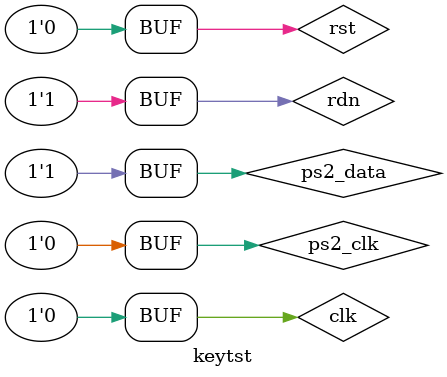
<source format=v>
`timescale 1ns / 1ps


module keytst;

	// Inputs
	reg clk;
	reg rst;
	reg ps2_clk;
	reg ps2_data;
	reg rdn;

	// Outputs
	wire [7:0] data;
	wire ready;
	wire [2:0] w_ptr;
	wire [2:0] r_ptr;
	wire overflow;

	// Instantiate the Unit Under Test (UUT)
	PS2 uut (
		.clk(clk), 
		.rst(rst), 
		.ps2_clk(ps2_clk), 
		.ps2_data(ps2_data), 
		.rdn(rdn), 
		.data(data), 
		.ready(ready), 
		.w_ptr(w_ptr), 
		.r_ptr(r_ptr), 
		.overflow(overflow)
	);

	initial begin
		// Initialize Inputs
		clk = 0;
		rst = 1;
		ps2_clk = 0;
		ps2_data = 0;
		rdn = 1;

		// Wait 100 ns for global reset to finish
		#100;
        rst = 0;
		// Add stimulus here
		#50;
		ps2_data = 1;
		#80;
		ps2_data = 0;
		#40;
		ps2_data = 1;
		#40;
		ps2_data = 0;
		#80;
		ps2_data = 1;
		#40;
		ps2_data = 0;
		#40;
		ps2_data = 1;
		#80;
		#20;
		rdn = 0;
		#10;
		rdn = 1;
	end
    always begin
		clk = 1; #5;clk = 0; #5;
	end
	always begin
		ps2_clk = 1; #20; ps2_clk = 0;#20;
	end
endmodule


</source>
